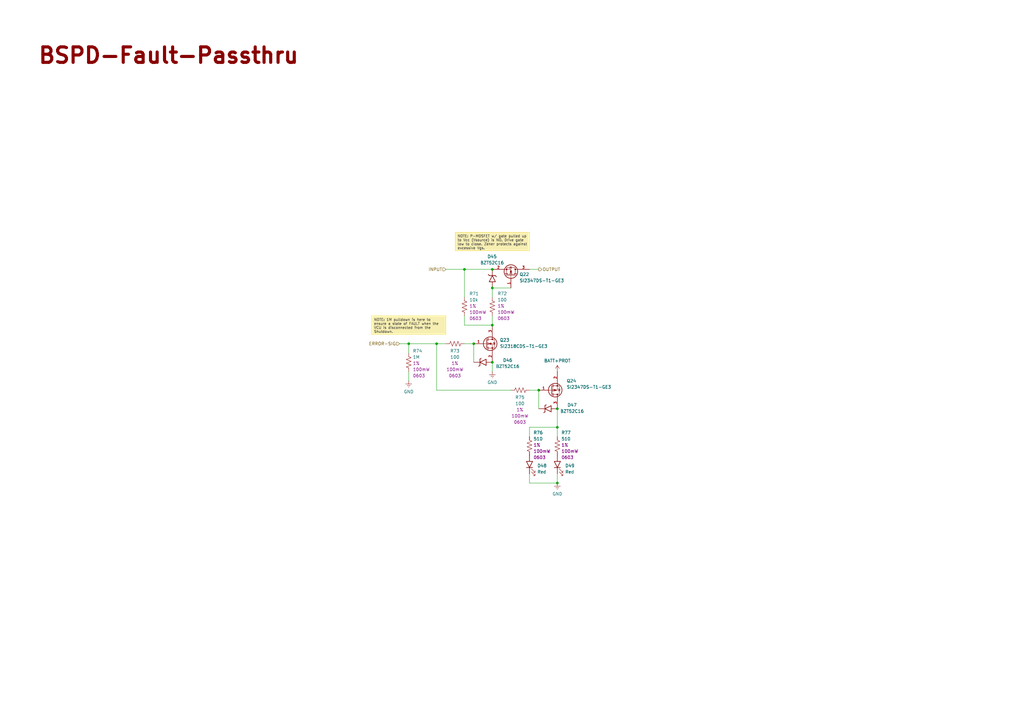
<source format=kicad_sch>
(kicad_sch (version 20250114) (generator "eeschema") (generator_version "9.0")
  (paper "A3")
  (lib_symbols
    (symbol "-Diodes-LED:NCD0805R1" (pin_numbers (hide yes)) (pin_names (hide yes))
      (property "Reference" "D" (at 0 -7.62 0))
      (property "Value" "Red" (at 0 -11.43 0))
      (symbol "NCD0805R1_0_1"
        (polyline (pts (xy 2.54 1.27) (xy 2.54 -1.27) (xy 5.08 0) (xy 2.54 1.27)) (stroke (width 0.254)))
        (polyline (pts (xy 5.08 1.27) (xy 5.08 -1.27)) (stroke (width 0.254)))
        (polyline (pts (xy 5.588 0.762) (xy 7.112 2.286) (xy 6.35 2.286) (xy 7.112 2.286) (xy 7.112 1.524)))
        (polyline (pts (xy 6.858 0.762) (xy 8.382 2.286) (xy 7.62 2.286) (xy 8.382 2.286) (xy 8.382 1.524)))
      )
      (symbol "NCD0805R1_1_1"
        (pin passive line (at 0 0 0) (length 2.54) (name "A") (number "2"))
        (pin passive line (at 7.62 0 180) (length 2.54) (name "K") (number "1"))
      )
    )
    (symbol "-Diodes-Zener:BZT52C16" (pin_numbers (hide yes)) (pin_names (hide yes))
      (property "Reference" "D" (at 0 -7.62 0))
      (property "Value" "BZT52C16" (at 0 -11.43 0))
      (symbol "BZT52C16_0_1"
        (polyline (pts (xy 2.54 1.27) (xy 2.54 -1.27) (xy 5.08 0) (xy 2.54 1.27)) (stroke (width 0.254)))
      )
      (symbol "BZT52C16_1_1"
        (polyline (pts (xy 4.572 -1.651) (xy 5.08 -1.27)) (stroke (width 0.254)))
        (polyline (pts (xy 5.08 1.27) (xy 5.08 -1.27)) (stroke (width 0.254)))
        (polyline (pts (xy 5.08 1.27) (xy 5.588 1.651)) (stroke (width 0.254)))
        (pin passive line (at 0 0 0) (length 2.54) (name "A") (number "2"))
        (pin passive line (at 7.62 0 180) (length 2.54) (name "K") (number "1"))
      )
    )
    (symbol "-MOSFET-N-Channel:SI2318CDS-T1-GE3" (pin_names (hide yes))
      (property "Reference" "Q" (at 0 -19.05 0))
      (property "Value" "SI2318CDS-T1-GE3" (at 0 -22.86 0))
      (symbol "SI2318CDS-T1-GE3_0_1"
        (polyline (pts (xy 5.334 1.905) (xy 5.334 -1.905)) (stroke (width 0.254)))
        (polyline (pts (xy 5.334 0) (xy 3.937 0)))
        (polyline (pts (xy 5.842 2.286) (xy 5.842 1.27)) (stroke (width 0.254)))
        (polyline (pts (xy 5.842 0.508) (xy 5.842 -0.508)) (stroke (width 0.254)))
        (polyline (pts (xy 5.842 -1.27) (xy 5.842 -2.286)) (stroke (width 0.254)))
        (polyline (pts (xy 5.842 -1.778) (xy 8.382 -1.778) (xy 8.382 1.778) (xy 5.842 1.778)))
        (polyline (pts (xy 6.096 0) (xy 7.112 0.381) (xy 7.112 -0.381) (xy 6.096 0)) (fill (type outline)))
        (circle (center 6.731 0) (radius 2.794) (stroke (width 0.254)))
        (polyline (pts (xy 7.62 2.54) (xy 7.62 1.778)))
        (circle (center 7.62 1.778) (radius 0.254) (fill (type outline)))
        (circle (center 7.62 -1.778) (radius 0.254) (fill (type outline)))
        (polyline (pts (xy 7.62 -2.54) (xy 7.62 0) (xy 5.842 0)))
        (polyline (pts (xy 7.874 0.508) (xy 8.001 0.381) (xy 8.763 0.381) (xy 8.89 0.254)))
        (polyline (pts (xy 8.382 0.381) (xy 8.001 -0.254) (xy 8.763 -0.254) (xy 8.382 0.381)))
      )
      (symbol "SI2318CDS-T1-GE3_1_1"
        (pin passive line (at 0 0 0) (length 3.937) (name "G") (number "1"))
        (pin passive line (at 7.62 7.62 270) (length 4.953) (name "D") (number "3"))
        (pin passive line (at 7.62 -7.62 90) (length 4.953) (name "S") (number "2"))
      )
    )
    (symbol "-MOSFET-P-Channel:SI2347DS-T1-GE3" (pin_names (hide yes))
      (property "Reference" "Q" (at 0 -19.05 0))
      (property "Value" "SI2347DS-T1-GE3" (at 0 -22.86 0))
      (symbol "SI2347DS-T1-GE3_0_1"
        (polyline (pts (xy 5.334 1.905) (xy 5.334 -1.905)) (stroke (width 0.254)))
        (polyline (pts (xy 5.334 0) (xy 3.937 0)))
        (polyline (pts (xy 5.842 2.286) (xy 5.842 1.27)) (stroke (width 0.254)))
        (polyline (pts (xy 5.842 1.778) (xy 8.382 1.778) (xy 8.382 -1.778) (xy 5.842 -1.778)))
        (polyline (pts (xy 5.842 0.508) (xy 5.842 -0.508)) (stroke (width 0.254)))
        (polyline (pts (xy 5.842 -1.27) (xy 5.842 -2.286)) (stroke (width 0.254)))
        (circle (center 6.731 0) (radius 2.794) (stroke (width 0.254)))
        (polyline (pts (xy 7.366 0) (xy 6.35 0.381) (xy 6.35 -0.381) (xy 7.366 0)) (fill (type outline)))
        (polyline (pts (xy 7.62 2.54) (xy 7.62 1.778)))
        (circle (center 7.62 1.778) (radius 0.254) (fill (type outline)))
        (circle (center 7.62 -1.778) (radius 0.254) (fill (type outline)))
        (polyline (pts (xy 7.62 -2.54) (xy 7.62 0) (xy 5.842 0)))
        (polyline (pts (xy 7.874 -0.508) (xy 8.001 -0.381) (xy 8.763 -0.381) (xy 8.89 -0.254)))
        (polyline (pts (xy 8.382 -0.381) (xy 8.001 0.254) (xy 8.763 0.254) (xy 8.382 -0.381)))
      )
      (symbol "SI2347DS-T1-GE3_1_1"
        (pin passive line (at 0 0 0) (length 3.937) (name "G") (number "1"))
        (pin passive line (at 7.62 7.62 270) (length 4.953) (name "D") (number "3"))
        (pin passive line (at 7.62 -7.62 90) (length 4.953) (name "S") (number "2"))
      )
    )
    (symbol "-R-SMD-0603:R-0603-100-1%-100mW-100PPM" (pin_numbers (hide yes)) (pin_names (hide yes))
      (property "Reference" "R" (at 0 -7.62 0))
      (property "Value" "100" (at 0 -11.43 0))
      (property "Tolerance" "1%" (at 0 -26.67 0))
      (property "Power Rating" "100mW" (at 0 -30.48 0))
      (property "Case/Package" "0603" (at 0 -34.29 0))
      (symbol "R-0603-100-1%-100mW-100PPM_0_1"
        (polyline (pts (xy 1.524 0) (xy 1.27 0)))
        (polyline (pts (xy 1.524 0) (xy 1.905 1.016) (xy 2.286 0) (xy 2.667 -1.016) (xy 3.048 0)))
        (polyline (pts (xy 3.048 0) (xy 3.429 1.016) (xy 3.81 0) (xy 4.191 -1.016) (xy 4.572 0)))
        (polyline (pts (xy 4.572 0) (xy 4.953 1.016) (xy 5.334 0) (xy 5.715 -1.016) (xy 6.096 0)))
        (polyline (pts (xy 6.096 0) (xy 6.35 0)))
      )
      (symbol "R-0603-100-1%-100mW-100PPM_1_1"
        (pin passive line (at 0 0 0) (length 1.27) (name "1") (number "1"))
        (pin passive line (at 7.62 0 180) (length 1.27) (name "2") (number "2"))
      )
    )
    (symbol "-R-SMD-0603:R-0603-10k-1%-100mW-100PPM" (pin_numbers (hide yes)) (pin_names (hide yes))
      (property "Reference" "R" (at 0 -7.62 0))
      (property "Value" "10k" (at 0 -11.43 0))
      (property "Tolerance" "1%" (at 0 -26.67 0))
      (property "Power Rating" "100mW" (at 0 -30.48 0))
      (property "Case/Package" "0603" (at 0 -34.29 0))
      (symbol "R-0603-10k-1%-100mW-100PPM_0_1"
        (polyline (pts (xy 1.524 0) (xy 1.27 0)))
        (polyline (pts (xy 1.524 0) (xy 1.905 1.016) (xy 2.286 0) (xy 2.667 -1.016) (xy 3.048 0)))
        (polyline (pts (xy 3.048 0) (xy 3.429 1.016) (xy 3.81 0) (xy 4.191 -1.016) (xy 4.572 0)))
        (polyline (pts (xy 4.572 0) (xy 4.953 1.016) (xy 5.334 0) (xy 5.715 -1.016) (xy 6.096 0)))
        (polyline (pts (xy 6.096 0) (xy 6.35 0)))
      )
      (symbol "R-0603-10k-1%-100mW-100PPM_1_1"
        (pin passive line (at 0 0 0) (length 1.27) (name "1") (number "1"))
        (pin passive line (at 7.62 0 180) (length 1.27) (name "2") (number "2"))
      )
    )
    (symbol "-R-SMD-0603:R-0603-1M-1%-100mW-100PPM" (pin_numbers (hide yes)) (pin_names (hide yes))
      (property "Reference" "R" (at 0 -7.62 0))
      (property "Value" "1M" (at 0 -11.43 0))
      (property "Tolerance" "1%" (at 0 -26.67 0))
      (property "Power Rating" "100mW" (at 0 -30.48 0))
      (property "Case/Package" "0603" (at 0 -34.29 0))
      (symbol "R-0603-1M-1%-100mW-100PPM_0_1"
        (polyline (pts (xy 1.524 0) (xy 1.27 0)))
        (polyline (pts (xy 1.524 0) (xy 1.905 1.016) (xy 2.286 0) (xy 2.667 -1.016) (xy 3.048 0)))
        (polyline (pts (xy 3.048 0) (xy 3.429 1.016) (xy 3.81 0) (xy 4.191 -1.016) (xy 4.572 0)))
        (polyline (pts (xy 4.572 0) (xy 4.953 1.016) (xy 5.334 0) (xy 5.715 -1.016) (xy 6.096 0)))
        (polyline (pts (xy 6.096 0) (xy 6.35 0)))
      )
      (symbol "R-0603-1M-1%-100mW-100PPM_1_1"
        (pin passive line (at 0 0 0) (length 1.27) (name "1") (number "1"))
        (pin passive line (at 7.62 0 180) (length 1.27) (name "2") (number "2"))
      )
    )
    (symbol "-R-SMD-0603:R-0603-510-1%-100mW-100PPM" (pin_numbers (hide yes)) (pin_names (hide yes))
      (property "Reference" "R" (at 0 -7.62 0))
      (property "Value" "510" (at 0 -11.43 0))
      (property "Tolerance" "1%" (at 0 -26.67 0))
      (property "Power Rating" "100mW" (at 0 -30.48 0))
      (property "Case/Package" "0603" (at 0 -34.29 0))
      (symbol "R-0603-510-1%-100mW-100PPM_0_1"
        (polyline (pts (xy 1.524 0) (xy 1.27 0)))
        (polyline (pts (xy 1.524 0) (xy 1.905 1.016) (xy 2.286 0) (xy 2.667 -1.016) (xy 3.048 0)))
        (polyline (pts (xy 3.048 0) (xy 3.429 1.016) (xy 3.81 0) (xy 4.191 -1.016) (xy 4.572 0)))
        (polyline (pts (xy 4.572 0) (xy 4.953 1.016) (xy 5.334 0) (xy 5.715 -1.016) (xy 6.096 0)))
        (polyline (pts (xy 6.096 0) (xy 6.35 0)))
      )
      (symbol "R-0603-510-1%-100mW-100PPM_1_1"
        (pin passive line (at 0 0 0) (length 1.27) (name "1") (number "1"))
        (pin passive line (at 7.62 0 180) (length 1.27) (name "2") (number "2"))
      )
    )
    (symbol "power:Earth" (power) (pin_numbers (hide yes)) (pin_names (offset 0) (hide yes))
      (property "Value" "Earth" (at 0 -3.81 0))
      (symbol "Earth_0_1"
        (polyline (pts (xy -0.635 -1.905) (xy 0.635 -1.905)))
        (polyline (pts (xy -0.127 -2.54) (xy 0.127 -2.54)))
        (polyline (pts (xy 0 -1.27) (xy 0 0)))
        (polyline (pts (xy 1.27 -1.27) (xy -1.27 -1.27)))
      )
      (symbol "Earth_1_1"
        (pin power_in line (at 0 0 270) (length 0) (name "~") (number "1"))
      )
    )
    (symbol "power:VCC" (power) (pin_numbers (hide yes)) (pin_names (offset 0) (hide yes))
      (property "Value" "VCC" (at 0 3.556 0))
      (symbol "VCC_0_1"
        (polyline (pts (xy -0.762 1.27) (xy 0 2.54)))
        (polyline (pts (xy 0 2.54) (xy 0.762 1.27)))
        (polyline (pts (xy 0 0) (xy 0 2.54)))
      )
      (symbol "VCC_1_1"
        (pin power_in line (at 0 0 90) (length 0) (name "~") (number "1"))
      )
    )
  )
  (text "BSPD-Fault-Passthru" (at 15.24 26.67 0) (effects (font (size 6.35 6.35) (thickness 1.27) (bold yes)) (justify left bottom)))
  (text_box "NOTE: P-MOSFET w/ gate pulled up to Vcc (Vsource) is NO. Drive gate low to close. Zener protects against excessive Vgs." (at 186.69 95.25 0) (size 30.48 7.62) (margins 0.9525 0.9525 0.9525 0.9525) (stroke (width 0) (color 245 223 85 1)) (fill (type color) (color 247 238 178 1)) (effects (font (size 1.016 1.016)) (justify left top)))
  (text_box "NOTE: 1M pulldown is here to ensure a state of FAULT when the VCU is disconnected from the Shutdown." (at 152.4 129.54 0) (size 30.48 7.62) (margins 0.9525 0.9525 0.9525 0.9525) (stroke (width 0) (color 245 223 85 1)) (fill (type color) (color 247 238 178 1)) (effects (font (size 1.016 1.016)) (justify left top)))
  (junction (at 201.93 133.35))
  (junction (at 179.07 140.97))
  (junction (at 194.31 140.97))
  (junction (at 228.6 175.26))
  (junction (at 167.64 140.97))
  (junction (at 201.93 118.11))
  (junction (at 228.6 198.12))
  (junction (at 228.6 167.64))
  (junction (at 201.93 148.59))
  (junction (at 201.93 110.49))
  (junction (at 190.5 110.49))
  (junction (at 220.98 160.02))
  (wire (pts (xy 167.64 140.97) (xy 179.07 140.97)))
  (wire (pts (xy 201.93 118.11) (xy 209.55 118.11)))
  (wire (pts (xy 190.5 110.49) (xy 190.5 121.92)))
  (wire (pts (xy 201.93 152.4) (xy 201.93 148.59)))
  (wire (pts (xy 217.17 160.02) (xy 220.98 160.02)))
  (wire (pts (xy 228.6 194.31) (xy 228.6 198.12)))
  (wire (pts (xy 217.17 198.12) (xy 228.6 198.12)))
  (wire (pts (xy 201.93 118.11) (xy 201.93 121.92)))
  (wire (pts (xy 167.64 152.4) (xy 167.64 156.21)))
  (wire (pts (xy 190.5 140.97) (xy 194.31 140.97)))
  (wire (pts (xy 220.98 160.02) (xy 220.98 167.64)))
  (wire (pts (xy 179.07 140.97) (xy 182.88 140.97)))
  (wire (pts (xy 217.17 175.26) (xy 228.6 175.26)))
  (wire (pts (xy 190.5 110.49) (xy 201.93 110.49)))
  (wire (pts (xy 228.6 175.26) (xy 228.6 179.07)))
  (wire (pts (xy 167.64 140.97) (xy 167.64 144.78)))
  (wire (pts (xy 228.6 167.64) (xy 228.6 175.26)))
  (wire (pts (xy 190.5 129.54) (xy 190.5 133.35)))
  (wire (pts (xy 201.93 129.54) (xy 201.93 133.35)))
  (wire (pts (xy 217.17 194.31) (xy 217.17 198.12)))
  (wire (pts (xy 179.07 160.02) (xy 179.07 140.97)))
  (wire (pts (xy 220.98 110.49) (xy 217.17 110.49)))
  (wire (pts (xy 182.88 110.49) (xy 190.5 110.49)))
  (wire (pts (xy 217.17 175.26) (xy 217.17 179.07)))
  (wire (pts (xy 209.55 160.02) (xy 179.07 160.02)))
  (wire (pts (xy 194.31 140.97) (xy 194.31 148.59)))
  (wire (pts (xy 190.5 133.35) (xy 201.93 133.35)))
  (wire (pts (xy 163.83 140.97) (xy 167.64 140.97)))
  (hierarchical_label "ERROR-SIG" (shape input) (at 163.83 140.97 180))
  (hierarchical_label "OUTPUT" (shape output) (at 220.98 110.49 0))
  (hierarchical_label "INPUT" (shape input) (at 182.88 110.49 180))
  (symbol (lib_id "-Diodes-LED:NCD0805R1") (at 217.17 186.69 270) (unit 1)
    (property "Reference" "D48" (at 220.3485 191.0033 90) (effects (justify left)))
    (property "Value" "Red" (at 220.3485 193.5433 90) (effects (justify left)))
    (property "Footprint" "LED_SMD:LED_0805_2012Metric" (effects (hide yes)))
    (property "Datasheet" "https://jlcpcb.com/api/file/downloadByFileSystemAccessId/8550724080677908480" (effects (hide yes)))
    (property "Description" "Red LED, SMD 0805, 615-630 nm, Vf 1.6-2.6 V" (effects (hide yes)))
    (property "Link" "https://jlcpcb.com/partdetail/85425-NCD0805R1/C84256" (effects (hide yes)))
    (property "Manufacturer" "Foshan NationStar Optoelectronics" (effects (hide yes)))
    (property "Manufacturer P/N" "NCD0805R1" (effects (hide yes)))
    (property "Digikey P/N" "350-2039-1-ND" (effects (hide yes)))
    (property "Mouser P/N" "645-598-8120-107F" (effects (hide yes)))
    (property "LCSC P/N" "C84256" (effects (hide yes)))
  )
  (symbol (lib_id "-Diodes-LED:NCD0805R1") (at 228.6 186.69 270) (unit 1)
    (property "Reference" "D49" (at 231.7785 191.0033 90) (effects (justify left)))
    (property "Value" "Red" (at 231.7785 193.5433 90) (effects (justify left)))
    (property "Footprint" "LED_SMD:LED_0805_2012Metric" (effects (hide yes)))
    (property "Datasheet" "https://jlcpcb.com/api/file/downloadByFileSystemAccessId/8550724080677908480" (effects (hide yes)))
    (property "Description" "Red LED, SMD 0805, 615-630 nm, Vf 1.6-2.6 V" (effects (hide yes)))
    (property "Link" "https://jlcpcb.com/partdetail/85425-NCD0805R1/C84256" (effects (hide yes)))
    (property "Manufacturer" "Foshan NationStar Optoelectronics" (effects (hide yes)))
    (property "Manufacturer P/N" "NCD0805R1" (effects (hide yes)))
    (property "Digikey P/N" "350-2039-1-ND" (effects (hide yes)))
    (property "Mouser P/N" "645-598-8120-107F" (effects (hide yes)))
    (property "LCSC P/N" "C84256" (effects (hide yes)))
  )
  (symbol (lib_id "power:Earth") (at 201.93 152.4 0) (unit 1)
    (property "Reference" "#PWR065" (effects (hide yes)))
    (property "Value" "GND" (at 201.93 156.845 0))
    (property "Description" "Power symbol creates a global label with name \"Earth\"" (effects (hide yes)))
  )
  (symbol (lib_id "power:VCC") (at 228.6 152.4 0) (mirror y) (unit 1)
    (property "Reference" "#PWR066" (effects (hide yes)))
    (property "Value" "BATT+PROT" (at 228.6 147.955 0))
    (property "Description" "Power symbol creates a global label with name \"VCC\"" (effects (hide yes)))
  )
  (symbol (lib_id "-R-SMD-0603:R-0603-100-1%-100mW-100PPM") (at 182.88 140.97 0) (unit 1)
    (property "Reference" "R73" (at 186.56 143.931 0))
    (property "Value" "100" (at 186.56 146.471 0))
    (property "Footprint" "Resistor_SMD:R_0603_1608Metric_Pad0.98x0.95mm_HandSolder" (effects (hide yes)))
    (property "Datasheet" "https://jlcpcb.com/api/file/downloadByFileSystemAccessId/8579706114222985216" (effects (hide yes)))
    (property "Description" "100Ω 0603 JLCPCB Basic Resistor" (effects (hide yes)))
    (property "Tolerance" "1%" (at 186.56 149.011 0))
    (property "Power Rating" "100mW" (at 186.56 151.551 0))
    (property "Case/Package" "0603" (at 186.56 154.091 0))
    (property "Link" "https://jlcpcb.com/partdetail/23502-0603WAF1000T5E/C22775" (effects (hide yes)))
    (property "Manufacturer" "UNI-ROYAL" (effects (hide yes)))
    (property "Manufacturer P/N" "0603WAF1000T5E" (effects (hide yes)))
    (property "Digikey P/N" "311-100HRCT-ND" (effects (hide yes)))
    (property "Mouser P/N" "603-RC0603FR-07100RL" (effects (hide yes)))
    (property "LCSC P/N" "C22775" (effects (hide yes)))
  )
  (symbol (lib_id "-Diodes-Zener:BZT52C16") (at 228.6 167.64 180) (unit 1)
    (property "Reference" "D47" (at 234.6431 166.1191 0))
    (property "Value" "BZT52C16" (at 234.6431 168.6591 0))
    (property "Footprint" "Diode_SMD:D_SOD-123" (effects (hide yes)))
    (property "Datasheet" "https://diotec.com/request/datasheet/bzt52c2v4.pdf" (effects (hide yes)))
    (property "Description" "Zener Diode 16 V 500 mW ±5% Surface Mount SOD-123F" (effects (hide yes)))
    (property "Link" "https://www.digikey.com/en/products/detail/diotec-semiconductor/BZT52C16/22192605?s=N4IgTCBcDaICwA4DsCC0AhAWgFQKxgGEBGANgO1QDkAREAXQF8g" (effects (hide yes)))
    (property "Manufacturer" "Diotec" (effects (hide yes)))
    (property "Manufacturer P/N" "BZT52C16" (effects (hide yes)))
    (property "Digikey P/N" "4878-BZT52C16CT-ND" (effects (hide yes)))
    (property "Mouser P/N" "637-BZT52C16" (effects (hide yes)))
    (property "LCSC P/N" "C2105" (effects (hide yes)))
  )
  (symbol (lib_id "-R-SMD-0603:R-0603-100-1%-100mW-100PPM") (at 201.93 129.54 90) (unit 1)
    (property "Reference" "R72" (at 204.0399 120.4215 90) (effects (justify right)))
    (property "Value" "100" (at 204.0399 122.9615 90) (effects (justify right)))
    (property "Footprint" "Resistor_SMD:R_0603_1608Metric_Pad0.98x0.95mm_HandSolder" (effects (hide yes)))
    (property "Datasheet" "https://jlcpcb.com/api/file/downloadByFileSystemAccessId/8579706114222985216" (effects (hide yes)))
    (property "Description" "100Ω 0603 JLCPCB Basic Resistor" (effects (hide yes)))
    (property "Tolerance" "1%" (at 204.0399 125.5015 90) (effects (justify right)))
    (property "Power Rating" "100mW" (at 204.0399 128.0415 90) (effects (justify right)))
    (property "Case/Package" "0603" (at 204.0399 130.5815 90) (effects (justify right)))
    (property "Link" "https://jlcpcb.com/partdetail/23502-0603WAF1000T5E/C22775" (effects (hide yes)))
    (property "Manufacturer" "UNI-ROYAL" (effects (hide yes)))
    (property "Manufacturer P/N" "0603WAF1000T5E" (effects (hide yes)))
    (property "Digikey P/N" "311-100HRCT-ND" (effects (hide yes)))
    (property "Mouser P/N" "603-RC0603FR-07100RL" (effects (hide yes)))
    (property "LCSC P/N" "C22775" (effects (hide yes)))
  )
  (symbol (lib_id "-MOSFET-P-Channel:SI2347DS-T1-GE3") (at 209.55 118.11 270) (mirror x) (unit 1)
    (property "Reference" "Q22" (at 213.0754 112.5486 90) (effects (justify left)))
    (property "Value" "SI2347DS-T1-GE3" (at 213.0754 115.0886 90) (effects (justify left)))
    (property "Footprint" "Package_TO_SOT_SMD:SOT-23-3" (effects (hide yes)))
    (property "Datasheet" "https://www.vishay.com/docs/62827/si2347ds.pdf" (effects (hide yes)))
    (property "Description" "P-Channel 30 V 5A (Tc) 1.7W (Tc) Surface Mount SOT-23-3 (TO-236)" (effects (hide yes)))
    (property "Link" "https://www.digikey.com/en/products/detail/vishay-siliconix/SI2347DS-T1-GE3/4496222?s=N4IgTCBcDaIMoEkwGYAsB2AInAtAFQEYcBxAUWQGE8cA5TEAXQF8g" (effects (hide yes)))
    (property "Manufacturer" "Vishay" (effects (hide yes)))
    (property "Manufacturer P/N" "SI2347DS-T1-GE3" (effects (hide yes)))
    (property "Digikey P/N" "SI2347DS-T1-GE3CT-ND" (effects (hide yes)))
    (property "Mouser P/N" "78-SI2347DS-T1-GE3" (effects (hide yes)))
    (property "LCSC P/N" "C145002" (effects (hide yes)))
  )
  (symbol (lib_id "power:Earth") (at 167.64 156.21 0) (unit 1)
    (property "Reference" "#PWR067" (effects (hide yes)))
    (property "Value" "GND" (at 167.64 160.655 0))
    (property "Description" "Power symbol creates a global label with name \"Earth\"" (effects (hide yes)))
  )
  (symbol (lib_id "-MOSFET-N-Channel:SI2318CDS-T1-GE3") (at 194.31 140.97 0) (unit 1)
    (property "Reference" "Q23" (at 204.9941 139.4782 0) (effects (justify left)))
    (property "Value" "SI2318CDS-T1-GE3" (at 204.9941 142.0182 0) (effects (justify left)))
    (property "Footprint" "Package_TO_SOT_SMD:SOT-23-3" (effects (hide yes)))
    (property "Datasheet" "https://www.vishay.com/docs/67030/si2318cds.pdf" (effects (hide yes)))
    (property "Description" "N-Channel 40 V 5.6A (Tc) 1.25W (Ta), 2.1W (Tc) Surface Mount SOT-23-3 (TO-236)" (effects (hide yes)))
    (property "Link" "https://www.digikey.com/en/products/detail/vishay-siliconix/SI2318CDS-T1-GE3/3748954?s=N4IgTCBcDaIMoEkwGYCMAOAwgETgWgBVU8BxAUWUwLwDlsQBdAXyA" (effects (hide yes)))
    (property "Manufacturer" "Vishay" (effects (hide yes)))
    (property "Manufacturer P/N" "SI2318CDS-T1-GE3" (effects (hide yes)))
    (property "Digikey P/N" "SI2318CDS-T1-GE3CT-ND" (effects (hide yes)))
    (property "Mouser P/N" "781-SI2318CDS-T1-GE3" (effects (hide yes)))
    (property "LCSC P/N" "C14498" (effects (hide yes)))
  )
  (symbol (lib_id "-MOSFET-P-Channel:SI2347DS-T1-GE3") (at 220.98 160.02 0) (mirror x) (unit 1)
    (property "Reference" "Q24" (at 232.41 156.21 0) (effects (justify left)))
    (property "Value" "SI2347DS-T1-GE3" (at 232.41 158.75 0) (effects (justify left)))
    (property "Footprint" "Package_TO_SOT_SMD:SOT-23-3" (effects (hide yes)))
    (property "Datasheet" "https://www.vishay.com/docs/62827/si2347ds.pdf" (effects (hide yes)))
    (property "Description" "P-Channel 30 V 5A (Tc) 1.7W (Tc) Surface Mount SOT-23-3 (TO-236)" (effects (hide yes)))
    (property "Link" "https://www.digikey.com/en/products/detail/vishay-siliconix/SI2347DS-T1-GE3/4496222?s=N4IgTCBcDaIMoEkwGYAsB2AInAtAFQEYcBxAUWQGE8cA5TEAXQF8g" (effects (hide yes)))
    (property "Manufacturer" "Vishay" (effects (hide yes)))
    (property "Manufacturer P/N" "SI2347DS-T1-GE3" (effects (hide yes)))
    (property "Digikey P/N" "SI2347DS-T1-GE3CT-ND" (effects (hide yes)))
    (property "Mouser P/N" "78-SI2347DS-T1-GE3" (effects (hide yes)))
    (property "LCSC P/N" "C145002" (effects (hide yes)))
  )
  (symbol (lib_id "-R-SMD-0603:R-0603-510-1%-100mW-100PPM") (at 217.17 186.69 90) (unit 1)
    (property "Reference" "R76" (at 218.778 177.4528 90) (effects (justify right)))
    (property "Value" "510" (at 218.778 179.9928 90) (effects (justify right)))
    (property "Footprint" "Resistor_SMD:R_0603_1608Metric_Pad0.98x0.95mm_HandSolder" (effects (hide yes)))
    (property "Datasheet" "https://jlcpcb.com/api/file/downloadByFileSystemAccessId/8579706285526474752" (effects (hide yes)))
    (property "Description" "510Ω 0603 JLCPCB Basic Resistor" (effects (hide yes)))
    (property "Tolerance" "1%" (at 218.778 182.5328 90) (effects (justify right)))
    (property "Power Rating" "100mW" (at 218.778 185.0728 90) (effects (justify right)))
    (property "Case/Package" "0603" (at 218.778 187.6128 90) (effects (justify right)))
    (property "Link" "https://jlcpcb.com/partdetail/23920-0603WAF5100T5E/C23193" (effects (hide yes)))
    (property "Manufacturer" "UNI-ROYAL" (effects (hide yes)))
    (property "Manufacturer P/N" "0603WAF5100T5E" (effects (hide yes)))
    (property "Digikey P/N" "RR08P510DCT-ND" (effects (hide yes)))
    (property "Mouser P/N" "754-RR0816P-511D" (effects (hide yes)))
    (property "LCSC P/N" "C23193" (effects (hide yes)))
  )
  (symbol (lib_id "-R-SMD-0603:R-0603-1M-1%-100mW-100PPM") (at 167.64 152.4 90) (unit 1)
    (property "Reference" "R74" (at 169.2922 143.929 90) (effects (justify right)))
    (property "Value" "1M" (at 169.2922 146.469 90) (effects (justify right)))
    (property "Footprint" "Resistor_SMD:R_0603_1608Metric_Pad0.98x0.95mm_HandSolder" (effects (hide yes)))
    (property "Datasheet" "https://jlcpcb.com/api/file/downloadByFileSystemAccessId/8579706152755920896" (effects (hide yes)))
    (property "Description" "1MΩ 0603 JLCPCB Basic Resistor" (effects (hide yes)))
    (property "Tolerance" "1%" (at 169.2922 149.009 90) (effects (justify right)))
    (property "Power Rating" "100mW" (at 169.2922 151.549 90) (effects (justify right)))
    (property "Case/Package" "0603" (at 169.2922 154.089 90) (effects (justify right)))
    (property "Link" "https://jlcpcb.com/partdetail/23662-0603WAF1004T5E/C22935" (effects (hide yes)))
    (property "Manufacturer" "UNI-ROYAL" (effects (hide yes)))
    (property "Manufacturer P/N" "0603WAF1004T5E" (effects (hide yes)))
    (property "Digikey P/N" "YAG4498CT-ND" (effects (hide yes)))
    (property "Mouser P/N" "603-RT0603BRD071ML" (effects (hide yes)))
    (property "LCSC P/N" "C22935" (effects (hide yes)))
  )
  (symbol (lib_id "power:Earth") (at 228.6 198.12 0) (unit 1)
    (property "Reference" "#PWR070" (effects (hide yes)))
    (property "Value" "GND" (at 228.6 202.565 0))
    (property "Description" "Power symbol creates a global label with name \"Earth\"" (effects (hide yes)))
  )
  (symbol (lib_id "-Diodes-Zener:BZT52C16") (at 201.93 118.11 90) (unit 1)
    (property "Reference" "D45" (at 201.834 105.2341 90))
    (property "Value" "BZT52C16" (at 201.834 107.7741 90))
    (property "Footprint" "Diode_SMD:D_SOD-123" (effects (hide yes)))
    (property "Datasheet" "https://diotec.com/request/datasheet/bzt52c2v4.pdf" (effects (hide yes)))
    (property "Description" "Zener Diode 16 V 500 mW ±5% Surface Mount SOD-123F" (effects (hide yes)))
    (property "Link" "https://www.digikey.com/en/products/detail/diotec-semiconductor/BZT52C16/22192605?s=N4IgTCBcDaICwA4DsCC0AhAWgFQKxgGEBGANgO1QDkAREAXQF8g" (effects (hide yes)))
    (property "Manufacturer" "Diotec" (effects (hide yes)))
    (property "Manufacturer P/N" "BZT52C16" (effects (hide yes)))
    (property "Digikey P/N" "4878-BZT52C16CT-ND" (effects (hide yes)))
    (property "Mouser P/N" "637-BZT52C16" (effects (hide yes)))
    (property "LCSC P/N" "C2105" (effects (hide yes)))
  )
  (symbol (lib_id "-R-SMD-0603:R-0603-510-1%-100mW-100PPM") (at 228.6 186.69 90) (unit 1)
    (property "Reference" "R77" (at 230.208 177.4528 90) (effects (justify right)))
    (property "Value" "510" (at 230.208 179.9928 90) (effects (justify right)))
    (property "Footprint" "Resistor_SMD:R_0603_1608Metric_Pad0.98x0.95mm_HandSolder" (effects (hide yes)))
    (property "Datasheet" "https://jlcpcb.com/api/file/downloadByFileSystemAccessId/8579706285526474752" (effects (hide yes)))
    (property "Description" "510Ω 0603 JLCPCB Basic Resistor" (effects (hide yes)))
    (property "Tolerance" "1%" (at 230.208 182.5328 90) (effects (justify right)))
    (property "Power Rating" "100mW" (at 230.208 185.0728 90) (effects (justify right)))
    (property "Case/Package" "0603" (at 230.208 187.6128 90) (effects (justify right)))
    (property "Link" "https://jlcpcb.com/partdetail/23920-0603WAF5100T5E/C23193" (effects (hide yes)))
    (property "Manufacturer" "UNI-ROYAL" (effects (hide yes)))
    (property "Manufacturer P/N" "0603WAF5100T5E" (effects (hide yes)))
    (property "Digikey P/N" "RR08P510DCT-ND" (effects (hide yes)))
    (property "Mouser P/N" "754-RR0816P-511D" (effects (hide yes)))
    (property "LCSC P/N" "C23193" (effects (hide yes)))
  )
  (symbol (lib_id "-R-SMD-0603:R-0603-100-1%-100mW-100PPM") (at 209.55 160.02 0) (unit 1)
    (property "Reference" "R75" (at 213.23 162.981 0))
    (property "Value" "100" (at 213.23 165.521 0))
    (property "Footprint" "Resistor_SMD:R_0603_1608Metric_Pad0.98x0.95mm_HandSolder" (effects (hide yes)))
    (property "Datasheet" "https://jlcpcb.com/api/file/downloadByFileSystemAccessId/8579706114222985216" (effects (hide yes)))
    (property "Description" "100Ω 0603 JLCPCB Basic Resistor" (effects (hide yes)))
    (property "Tolerance" "1%" (at 213.23 168.061 0))
    (property "Power Rating" "100mW" (at 213.23 170.601 0))
    (property "Case/Package" "0603" (at 213.23 173.141 0))
    (property "Link" "https://jlcpcb.com/partdetail/23502-0603WAF1000T5E/C22775" (effects (hide yes)))
    (property "Manufacturer" "UNI-ROYAL" (effects (hide yes)))
    (property "Manufacturer P/N" "0603WAF1000T5E" (effects (hide yes)))
    (property "Digikey P/N" "311-100HRCT-ND" (effects (hide yes)))
    (property "Mouser P/N" "603-RC0603FR-07100RL" (effects (hide yes)))
    (property "LCSC P/N" "C22775" (effects (hide yes)))
  )
  (symbol (lib_id "-R-SMD-0603:R-0603-10k-1%-100mW-100PPM") (at 190.5 129.54 90) (unit 1)
    (property "Reference" "R71" (at 192.4822 120.4484 90) (effects (justify right)))
    (property "Value" "10k" (at 192.4822 122.9884 90) (effects (justify right)))
    (property "Footprint" "Resistor_SMD:R_0603_1608Metric_Pad0.98x0.95mm_HandSolder" (effects (hide yes)))
    (property "Datasheet" "https://jlcpcb.com/api/file/downloadByFileSystemAccessId/8579706381320323072" (effects (hide yes)))
    (property "Description" "10kΩ 0603 JLCPCB Basic Resistor" (effects (hide yes)))
    (property "Tolerance" "1%" (at 192.4822 125.5284 90) (effects (justify right)))
    (property "Power Rating" "100mW" (at 192.4822 128.0684 90) (effects (justify right)))
    (property "Case/Package" "0603" (at 192.4822 130.6084 90) (effects (justify right)))
    (property "Link" "https://jlcpcb.com/partdetail/26547-0603WAF1002T5E/C25804" (effects (hide yes)))
    (property "Manufacturer" "UNI-ROYAL" (effects (hide yes)))
    (property "Manufacturer P/N" "0603WAF1002T5E" (effects (hide yes)))
    (property "Digikey P/N" "541-10.0KHCT-ND" (effects (hide yes)))
    (property "Mouser P/N" "71-CRCW0603-10K-E3" (effects (hide yes)))
    (property "LCSC P/N" "C25804" (effects (hide yes)))
  )
  (symbol (lib_id "-Diodes-Zener:BZT52C16") (at 201.93 148.59 180) (unit 1)
    (property "Reference" "D46" (at 208.2195 147.7433 0))
    (property "Value" "BZT52C16" (at 208.2195 150.2833 0))
    (property "Footprint" "Diode_SMD:D_SOD-123" (effects (hide yes)))
    (property "Datasheet" "https://diotec.com/request/datasheet/bzt52c2v4.pdf" (effects (hide yes)))
    (property "Description" "Zener Diode 16 V 500 mW ±5% Surface Mount SOD-123F" (effects (hide yes)))
    (property "Link" "https://www.digikey.com/en/products/detail/diotec-semiconductor/BZT52C16/22192605?s=N4IgTCBcDaICwA4DsCC0AhAWgFQKxgGEBGANgO1QDkAREAXQF8g" (effects (hide yes)))
    (property "Manufacturer" "Diotec" (effects (hide yes)))
    (property "Manufacturer P/N" "BZT52C16" (effects (hide yes)))
    (property "Digikey P/N" "4878-BZT52C16CT-ND" (effects (hide yes)))
    (property "Mouser P/N" "637-BZT52C16" (effects (hide yes)))
    (property "LCSC P/N" "C2105" (effects (hide yes)))
  )
)
</source>
